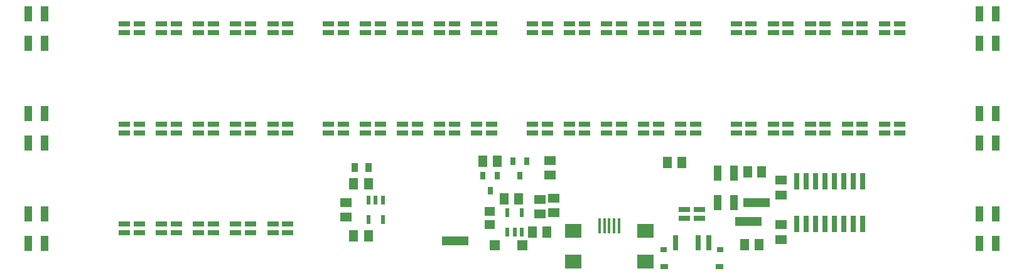
<source format=gbr>
G04 EAGLE Gerber RS-274X export*
G75*
%MOMM*%
%FSLAX34Y34*%
%LPD*%
%INSolderpaste Top*%
%IPPOS*%
%AMOC8*
5,1,8,0,0,1.08239X$1,22.5*%
G01*
%ADD10R,1.000000X2.000000*%
%ADD11R,0.760000X2.270000*%
%ADD12R,1.500000X0.700000*%
%ADD13R,0.400000X2.000000*%
%ADD14R,2.200000X1.900000*%
%ADD15R,1.600000X1.300000*%
%ADD16R,1.300000X1.500000*%
%ADD17R,0.550000X1.200000*%
%ADD18R,1.500000X1.300000*%
%ADD19R,1.300000X1.600000*%
%ADD20R,1.465300X1.164600*%
%ADD21R,1.400000X1.400000*%
%ADD22R,0.800000X2.000000*%
%ADD23R,0.900000X0.800000*%
%ADD24R,1.000000X0.800000*%
%ADD25R,0.635000X1.016000*%
%ADD26R,3.530000X1.200000*%
%ADD27R,0.900000X1.300000*%


D10*
X-140000Y-25000D03*
X-140000Y-65000D03*
X-118000Y-65000D03*
X-118000Y-25000D03*
X-140000Y-160000D03*
X-140000Y-200000D03*
X-118000Y-200000D03*
X-118000Y-160000D03*
X-140000Y-295000D03*
X-140000Y-335000D03*
X-118000Y-335000D03*
X-118000Y-295000D03*
X1165000Y-65000D03*
X1165000Y-25000D03*
X1143000Y-25000D03*
X1143000Y-65000D03*
X1165000Y-200000D03*
X1165000Y-160000D03*
X1143000Y-160000D03*
X1143000Y-200000D03*
X1165000Y-335000D03*
X1165000Y-295000D03*
X1143000Y-295000D03*
X1143000Y-335000D03*
D11*
X896550Y-308650D03*
X909250Y-308650D03*
X921950Y-308650D03*
X934650Y-308650D03*
X947350Y-308650D03*
X960050Y-308650D03*
X972750Y-308650D03*
X985450Y-308650D03*
X985450Y-251350D03*
X972750Y-251350D03*
X960050Y-251350D03*
X947350Y-251350D03*
X934650Y-251350D03*
X921950Y-251350D03*
X909250Y-251350D03*
X896550Y-251350D03*
D12*
X-10000Y-51000D03*
X-10000Y-39000D03*
X10000Y-39000D03*
X10000Y-51000D03*
X40000Y-51000D03*
X40000Y-39000D03*
X60000Y-39000D03*
X60000Y-51000D03*
X90000Y-51000D03*
X90000Y-39000D03*
X110000Y-39000D03*
X110000Y-51000D03*
X140000Y-51000D03*
X140000Y-39000D03*
X160000Y-39000D03*
X160000Y-51000D03*
X190000Y-51000D03*
X190000Y-39000D03*
X210000Y-39000D03*
X210000Y-51000D03*
X265000Y-51000D03*
X265000Y-39000D03*
X285000Y-39000D03*
X285000Y-51000D03*
X315000Y-51000D03*
X315000Y-39000D03*
X335000Y-39000D03*
X335000Y-51000D03*
X365000Y-51000D03*
X365000Y-39000D03*
X385000Y-39000D03*
X385000Y-51000D03*
X415000Y-51000D03*
X415000Y-39000D03*
X435000Y-39000D03*
X435000Y-51000D03*
X465000Y-51000D03*
X465000Y-39000D03*
X485000Y-39000D03*
X485000Y-51000D03*
X540000Y-51000D03*
X540000Y-39000D03*
X560000Y-39000D03*
X560000Y-51000D03*
X590000Y-51000D03*
X590000Y-39000D03*
X610000Y-39000D03*
X610000Y-51000D03*
X640000Y-51000D03*
X640000Y-39000D03*
X660000Y-39000D03*
X660000Y-51000D03*
X690000Y-51000D03*
X690000Y-39000D03*
X710000Y-39000D03*
X710000Y-51000D03*
X740000Y-51000D03*
X740000Y-39000D03*
X760000Y-39000D03*
X760000Y-51000D03*
X815000Y-51000D03*
X815000Y-39000D03*
X835000Y-39000D03*
X835000Y-51000D03*
X865000Y-51000D03*
X865000Y-39000D03*
X885000Y-39000D03*
X885000Y-51000D03*
X915000Y-51000D03*
X915000Y-39000D03*
X935000Y-39000D03*
X935000Y-51000D03*
X965000Y-51000D03*
X965000Y-39000D03*
X985000Y-39000D03*
X985000Y-51000D03*
X1015000Y-51000D03*
X1015000Y-39000D03*
X1035000Y-39000D03*
X1035000Y-51000D03*
X-10000Y-186000D03*
X-10000Y-174000D03*
X10000Y-174000D03*
X10000Y-186000D03*
X40000Y-186000D03*
X40000Y-174000D03*
X60000Y-174000D03*
X60000Y-186000D03*
X90000Y-186000D03*
X90000Y-174000D03*
X110000Y-174000D03*
X110000Y-186000D03*
X140000Y-186000D03*
X140000Y-174000D03*
X160000Y-174000D03*
X160000Y-186000D03*
X190000Y-186000D03*
X190000Y-174000D03*
X210000Y-174000D03*
X210000Y-186000D03*
X265000Y-186000D03*
X265000Y-174000D03*
X285000Y-174000D03*
X285000Y-186000D03*
X315000Y-186000D03*
X315000Y-174000D03*
X335000Y-174000D03*
X335000Y-186000D03*
X365000Y-186000D03*
X365000Y-174000D03*
X385000Y-174000D03*
X385000Y-186000D03*
X415000Y-186000D03*
X415000Y-174000D03*
X435000Y-174000D03*
X435000Y-186000D03*
X465000Y-186000D03*
X465000Y-174000D03*
X485000Y-174000D03*
X485000Y-186000D03*
X540000Y-186000D03*
X540000Y-174000D03*
X560000Y-174000D03*
X560000Y-186000D03*
X590000Y-186000D03*
X590000Y-174000D03*
X610000Y-174000D03*
X610000Y-186000D03*
X640000Y-186000D03*
X640000Y-174000D03*
X660000Y-174000D03*
X660000Y-186000D03*
X690000Y-186000D03*
X690000Y-174000D03*
X710000Y-174000D03*
X710000Y-186000D03*
X740000Y-186000D03*
X740000Y-174000D03*
X760000Y-174000D03*
X760000Y-186000D03*
X815000Y-186000D03*
X815000Y-174000D03*
X835000Y-174000D03*
X835000Y-186000D03*
X865000Y-186000D03*
X865000Y-174000D03*
X885000Y-174000D03*
X885000Y-186000D03*
X915000Y-186000D03*
X915000Y-174000D03*
X935000Y-174000D03*
X935000Y-186000D03*
X965000Y-186000D03*
X965000Y-174000D03*
X985000Y-174000D03*
X985000Y-186000D03*
X1015000Y-186000D03*
X1015000Y-174000D03*
X1035000Y-174000D03*
X1035000Y-186000D03*
X-10000Y-321000D03*
X-10000Y-309000D03*
X10000Y-309000D03*
X10000Y-321000D03*
X40000Y-321000D03*
X40000Y-309000D03*
X60000Y-309000D03*
X60000Y-321000D03*
X90000Y-321000D03*
X90000Y-309000D03*
X110000Y-309000D03*
X110000Y-321000D03*
X140000Y-321000D03*
X140000Y-309000D03*
X160000Y-309000D03*
X160000Y-321000D03*
X190000Y-321000D03*
X190000Y-309000D03*
X210000Y-309000D03*
X210000Y-321000D03*
D13*
X643800Y-311800D03*
X650300Y-311800D03*
X656800Y-311800D03*
X637300Y-311800D03*
X630800Y-311800D03*
D14*
X692800Y-359800D03*
X594800Y-359800D03*
X594800Y-317800D03*
X692800Y-317800D03*
D15*
X875000Y-250000D03*
X875000Y-270000D03*
X875000Y-310000D03*
X875000Y-330000D03*
D16*
X849500Y-239000D03*
X830500Y-239000D03*
D10*
X790000Y-240000D03*
X790000Y-280000D03*
X812000Y-280000D03*
X812000Y-240000D03*
D17*
X338300Y-276999D03*
X328800Y-276999D03*
X319300Y-276999D03*
X319300Y-303001D03*
X338300Y-303001D03*
D18*
X288800Y-280500D03*
X288800Y-299500D03*
D19*
X318800Y-255000D03*
X298800Y-255000D03*
X318800Y-325000D03*
X298800Y-325000D03*
D12*
X745000Y-301000D03*
X745000Y-289000D03*
X765000Y-289000D03*
X765000Y-301000D03*
D15*
X568800Y-293750D03*
X568800Y-273750D03*
D20*
X482800Y-292246D03*
X482800Y-309754D03*
D21*
X526300Y-338000D03*
X489300Y-338000D03*
D19*
X501800Y-275000D03*
X521800Y-275000D03*
D22*
X763230Y-334000D03*
D23*
X717000Y-343750D03*
D24*
X717500Y-366250D03*
D23*
X793000Y-343750D03*
D24*
X792500Y-366250D03*
D22*
X733230Y-334000D03*
X778230Y-334000D03*
D16*
X741500Y-226000D03*
X722500Y-226000D03*
X826500Y-337000D03*
X845500Y-337000D03*
D25*
X483000Y-264000D03*
X473500Y-244000D03*
X492500Y-244000D03*
D16*
X492500Y-224000D03*
X473500Y-224000D03*
D25*
X523000Y-244000D03*
X513500Y-224000D03*
X532500Y-224000D03*
D18*
X564000Y-242500D03*
X564000Y-223500D03*
D17*
X506500Y-320001D03*
X516000Y-320001D03*
X525500Y-320001D03*
X525500Y-293999D03*
X506500Y-293999D03*
D16*
X540250Y-320000D03*
X559250Y-320000D03*
D18*
X550000Y-276250D03*
X550000Y-295250D03*
D26*
X831700Y-305100D03*
X435700Y-332100D03*
X842700Y-280100D03*
D27*
X319500Y-233000D03*
X300500Y-233000D03*
M02*

</source>
